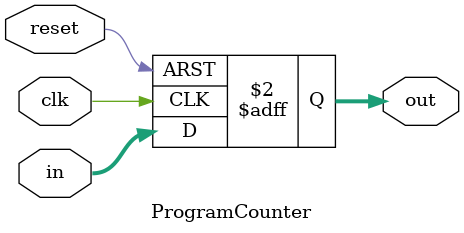
<source format=v>
/*
Assignment 7
Problem no:5 
Semester: 5th
Group: 28
Members: 
Aryan Singh (19CS30007)
Abhinandan De (19CS10069)
*/
`ifndef _PC_
`define _PC_
module ProgramCounter(
        input[31:0] in,
        input clk,
		  input reset,
        output reg [31:0] out
    );

    always @(posedge clk or posedge reset) begin
			if (reset) begin
				out <= 32'b0;
			end
			else begin
				out <= in;
			end
	 end
endmodule 
`endif //_PC_
</source>
